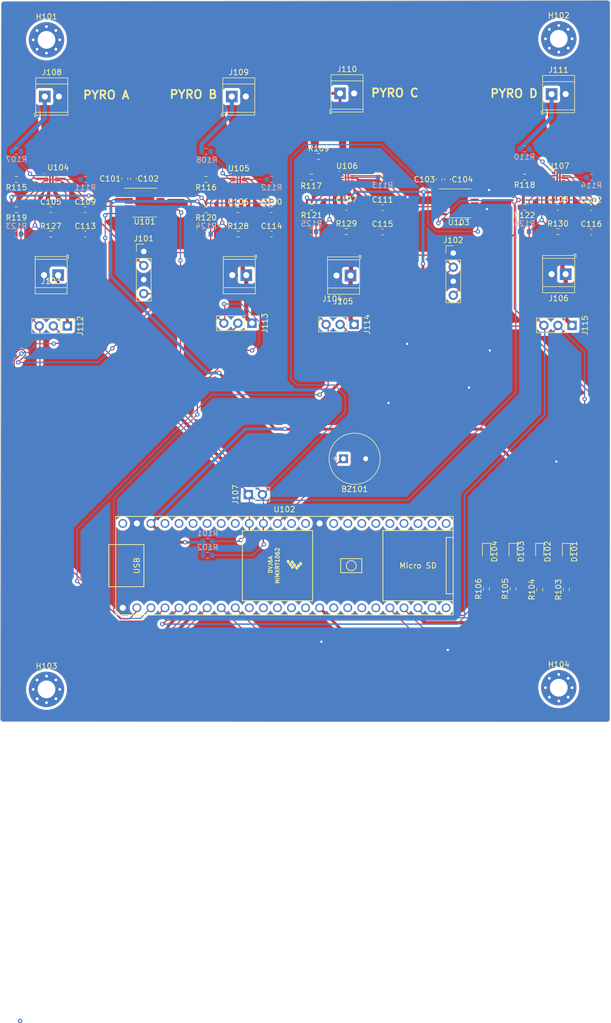
<source format=kicad_pcb>
(kicad_pcb (version 20221018) (generator pcbnew)
  (layers (0 "F.Cu" signal) (31 "B.Cu" signal) (34 "B.Paste" user) (35 "F.Paste" user) (36 "B.SilkS" user "B.Silkscreen") (37 "F.SilkS" user "F.Silkscreen") (38 "B.Mask" user) (39 "F.Mask" user) (44 "Edge.Cuts" user))
  (net 0 "")
  (net 1 "/BUZZER")
  (net 2 "GND")
  (net 3 "/PYRO_A")
  (net 4 "/DVDT_6V_A")
  (net 5 "Net-(D101-A)")
  (net 6 "Net-(D102-A)")
  (net 7 "Net-(D103-A)")
  (net 8 "/PG_EF_A")
  (net 9 "/B1_A")
  (net 10 "/PYRO_B")
  (net 11 "/PG_EF_B")
  (net 12 "/B3_A")
  (net 13 "/PYRO_C")
  (net 14 "/PG_EF_C")
  (net 15 "/B1_B")
  (net 16 "/PYRO_D")
  (net 17 "/PG_EF_D")
  (net 18 "/B3_B")
  (net 19 "/I2C_SCL")
  (net 20 "/I2C_SDA")
  (net 21 "Net-(D104-A)")
  (net 22 "/DVDT_6V_B")
  (net 23 "/DVDT_6V_C")
  (net 24 "/DVDT_6V_D")
  (net 25 "/LED_GREEN")
  (net 26 "/LED_BLUE")
  (net 27 "/LED_RED")
  (net 28 "/LED_ORANGE")
  (net 33 "/UVLO_6V_A")
  (net 34 "/UVLO_6V_B")
  (net 35 "/UVLO_6V_C")
  (net 36 "/UVLO_6V_D")
  (net 37 "/OVLO_6V_A")
  (net 38 "/OVLO_6V_B")
  (net 39 "/OVLO_6V_C")
  (net 40 "/OVLO_6V_D")
  (net 41 "/PGTH_6V_A")
  (net 42 "/PGTH_6V_B")
  (net 43 "/PGTH_6V_C")
  (net 44 "/PGTH_6V_D")
  (net 45 "/PYRO_A_OUT")
  (net 46 "/PYRO_B_OUT")
  (net 47 "/PYRO_C_OUT")
  (net 48 "/PYRO_D_OUT")
  (net 53 "+3V3")
  (footprint "Package_VQFN:VQFN-HR-RPW0010A" (layer "F.Cu") (at 83.7515 57.0325)
    (fp_text reference "U104")
    (fp_text value "TPS25947")
  )
  (footprint "Capacitor_SMD:C_0603_1608Metric" (layer "F.Cu") (at 143.5725 66.5015)
    (fp_text reference "C115")
    (fp_text value "470uF")
  )
  (footprint "Resistor_SMD:R_0603_1608Metric" (layer "F.Cu") (at 130.7455 56.5955 180)
    (fp_text reference "R117")
    (fp_text value "390k")
  )
  (footprint "Capacitor_SMD:C_0603_1608Metric" (layer "F.Cu") (at 155.321 57.023 90)
    (fp_text reference "C104")
    (fp_text value "100nF")
  )
  (footprint "Resistor_SMD:R_0603_1608Metric" (layer "F.Cu") (at 111.6955 57.0325 180)
    (fp_text reference "R116")
    (fp_text value "390k")
  )
  (footprint "Connector_PinHeader_2.54mm:PinHeader_1x02_P2.54mm_Vertical" (layer "F.Cu") (at 119.325 113.925 90)
    (fp_text reference "J107")
    (fp_text value "Conn_01x02")
  )
  (footprint "Connector_PinHeader_2.54mm:PinHeader_1x03_P2.54mm_Vertical" (layer "F.Cu") (at 138.45 83.2 -90)
    (fp_text reference "J114")
    (fp_text value "Conn_01x03")
  )
  (footprint "Connector_PinHeader_2.54mm:PinHeader_1x03_P2.54mm_Vertical" (layer "F.Cu") (at 86.625 83.475 -90)
    (fp_text reference "J112")
    (fp_text value "Conn_01x03")
  )
  (footprint "Capacitor_SMD:C_0603_1608Metric" (layer "F.Cu") (at 143.5725 62.12)
    (fp_text reference "C111")
    (fp_text value "5.1nF")
  )
  (footprint "TerminalBlock_TE-Connectivity:TerminalBlock_TE_282834-2_1x02_P2.54mm_Horizontal" (layer "F.Cu") (at 137.7935 74.3755 180)
    (fp_text reference "J105")
    (fp_text value "Screw_Terminal_01x02")
  )
  (footprint "Connector_PinHeader_2.54mm:PinHeader_1x03_P2.54mm_Vertical" (layer "F.Cu") (at 177.805 83.375 -90)
    (fp_text reference "J115")
    (fp_text value "Conn_01x03")
  )
  (footprint "MountingHole:MountingHole_3.2mm_M3_Pad_Via" (layer "F.Cu") (at 82.858722 149.0965)
    (fp_text reference "H103")
    (fp_text value "M3")
  )
  (footprint "Resistor_SMD:R_0603_1608Metric" (layer "F.Cu") (at 162.346834 130.9465 90)
    (fp_text reference "R106")
    (fp_text value "470")
  )
  (footprint "TerminalBlock_TE-Connectivity:TerminalBlock_TE_282834-2_1x02_P2.54mm_Horizontal" (layer "F.Cu") (at 118.955166 74.3045 180)
    (fp_text reference "J104")
    (fp_text value "Screw_Terminal_01x02")
  )
  (footprint "Capacitor_SMD:C_0603_1608Metric" (layer "F.Cu") (at 97.028 56.896 90)
    (fp_text reference "C101")
    (fp_text value "1uF")
  )
  (footprint "Teensy4.1bare:Teensy41_bare_pins" (layer "F.Cu") (at 125.8555 126.7555)
    (fp_text reference "U102")
    (fp_text value "Teensy4.1_bare")
  )
  (footprint "MountingHole:MountingHole_3.2mm_M3_Pad_Via" (layer "F.Cu") (at 82.858722 31.8215)
    (fp_text reference "H101")
    (fp_text value "M3")
  )
  (footprint "TerminalBlock_TE-Connectivity:TerminalBlock_TE_282834-2_1x02_P2.54mm_Horizontal" (layer "F.Cu") (at 84.9615 74.3045 180)
    (fp_text reference "J103")
    (fp_text value "Screw_Terminal_01x02")
  )
  (footprint "Resistor_SMD:R_0603_1608Metric" (layer "F.Cu") (at 169.2265 62.0565 180)
    (fp_text reference "R122")
    (fp_text value "47k")
  )
  (footprint "Capacitor_SMD:C_0603_1608Metric" (layer "F.Cu") (at 83.639 62.4935)
    (fp_text reference "C105")
    (fp_text value "1uF")
  )
  (footprint "Capacitor_SMD:C_0603_1608Metric" (layer "F.Cu") (at 181.2915 62.12)
    (fp_text reference "C112")
    (fp_text value "5.1nF")
  )
  (footprint "LED_SMD:LED_0603_1608Metric" (layer "F.Cu") (at 171.97061 124.2155 -90)
    (fp_text reference "D102")
    (fp_text value "ORANGE LED")
  )
  (footprint "Capacitor_SMD:C_0603_1608Metric" (layer "F.Cu") (at 117.4875 62.4935)
    (fp_text reference "C106")
    (fp_text value "1uF")
  )
  (footprint "TerminalBlock_TE-Connectivity:TerminalBlock_TE_282834-2_1x02_P2.54mm_Horizontal" (layer "F.Cu") (at 174.1155 41.6095)
    (fp_text reference "J111")
    (fp_text value "Screw_Terminal_01x02")
  )
  (footprint "Resistor_SMD:R_0603_1608Metric" (layer "F.Cu") (at 137.043 66.438)
    (fp_text reference "R129")
    (fp_text value "470k")
  )
  (footprint "LED_SMD:LED_0603_1608Metric" (layer "F.Cu") (at 162.346834 124.2155 -90)
    (fp_text reference "D104")
    (fp_text value "BLUE LED")
  )
  (footprint "Resistor_SMD:R_0603_1608Metric" (layer "F.Cu") (at 111.6955 62.4935 180)
    (fp_text reference "R120")
    (fp_text value "47k")
  )
  (footprint "Capacitor_SMD:C_0603_1608Metric" (layer "F.Cu") (at 89.8655 62.4935)
    (fp_text reference "C109")
    (fp_text value "5.1nF")
  )
  (footprint "Package_VQFN:VQFN-HR-RPW0010A" (layer "F.Cu") (at 117.6 57.0325)
    (fp_text reference "U105")
    (fp_text value "TPS25947")
  )
  (footprint "MountingHole:MountingHole_3.2mm_M3_Pad_Via" (layer "F.Cu") (at 175.408722 148.7965)
    (fp_text reference "H104")
    (fp_text value "M3")
  )
  (footprint "Resistor_SMD:R_0603_1608Metric" (layer "F.Cu") (at 176.7825 131.0735 90)
    (fp_text reference "R103")
    (fp_text value "470")
  )
  (footprint "Package_SO:TSSOP-14_4.4x5mm_P0.65mm" (layer "F.Cu") (at 157.353 61.341)
    (fp_text reference "U103")
    (fp_text value "AD5252")
  )
  (footprint "Buzzer_Beeper:MagneticBuzzer_PUI_AT-0927-TT-6-R" (layer "F.Cu") (at 136.5235 107.4515)
    (fp_text reference "BZ101")
    (fp_text value "Buzzer")
  )
  (footprint "Resistor_SMD:R_0603_1608Metric" (layer "F.Cu") (at 132.03 52.86)
    (fp_text reference "R109")
    (fp_text value "470k")
  )
  (footprint "Capacitor_SMD:C_0603_1608Metric" (layer "F.Cu") (at 123.5195 66.875)
    (fp_text reference "C114")
    (fp_text value "470uF")
  )
  (footprint "LED_SMD:LED_0603_1608Metric" (layer "F.Cu") (at 176.7825 124.2155 -90)
    (fp_text reference "D101")
    (fp_text value "RED LED")
  )
  (footprint "TerminalBlock_TE-Connectivity:TerminalBlock_TE_282834-2_1x02_P2.54mm_Horizontal" (layer "F.Cu") (at 176.6555 74.1215 180)
    (fp_text reference "J106")
    (fp_text value "Screw_Terminal_01x02")
  )
  (footprint "Resistor_SMD:R_0603_1608Metric" (layer "F.Cu") (at 169.2265 56.5955 180)
    (fp_text reference "R118")
    (fp_text value "390k")
  )
  (footprint "Capacitor_SMD:C_0603_1608Metric" (layer "F.Cu") (at 175.2585 62.0565)
    (fp_text reference "C108")
    (fp_text value "1uF")
  )
  (footprint "Resistor_SMD:R_0603_1608Metric" (layer "F.Cu") (at 171.97061 131.0735 90)
    (fp_text reference "R104")
    (fp_text value "470")
  )
  (footprint "Package_VQFN:VQFN-HR-RPW0010A" (layer "F.Cu") (at 175.371 56.5955)
    (fp_text reference "U107")
    (fp_text value "TPS25947")
  )
  (footprint "Package_SO:TSSOP-14_4.4x5mm_P0.65mm" (layer "F.Cu") (at 100.584 61.214)
    (fp_text reference "U101")
    (fp_text value "AD5252")
  )
  (footprint "Resistor_SMD:R_0603_1608Metric" (layer "F.Cu") (at 77.4195 62.4935 180)
    (fp_text reference "R119")
    (fp_text value "47k")
  )
  (footprint "TerminalBlock_TE-Connectivity:TerminalBlock_TE_282834-2_1x02_P2.54mm_Horizontal" (layer "F.Cu") (at 82.5485 42.0465)
    (fp_text reference "J108")
    (fp_text value "Screw_Terminal_01x02")
  )
  (footprint "Resistor_SMD:R_0603_1608Metric" (layer "F.Cu") (at 130.7455 62.0565 180)
    (fp_text reference "R121")
    (fp_text value "47k")
  )
  (footprint "Resistor_SMD:R_0603_1608Metric" (layer "F.Cu") (at 117.4875 66.875)
    (fp_text reference "R128")
    (fp_text value "470k")
  )
  (footprint "Capacitor_SMD:C_0603_1608Metric" (layer "F.Cu") (at 98.552 56.896 90)
    (fp_text reference "C102")
    (fp_text value "100nF")
  )
  (footprint "TerminalBlock_TE-Connectivity:TerminalBlock_TE_282834-2_1x02_P2.54mm_Horizontal" (layer "F.Cu") (at 135.8885 41.4825)
    (fp_text reference "J110")
    (fp_text value "Screw_Terminal_01x02")
  )
  (footprint "Resistor_SMD:R_0603_1608Metric" (layer "F.Cu") (at 167.158722 130.9465 90)
    (fp_text reference "R105")
    (fp_text value "470")
  )
  (footprint "Resistor_SMD:R_0603_1608Metric" (layer "F.Cu") (at 77.4195 57.0325 180)
    (fp_text reference "R115")
    (fp_text value "390k")
  )
  (footprint "Capacitor_SMD:C_0603_1608Metric" (layer "F.Cu") (at 137.043 62.0565)
    (fp_text reference "C107")
    (fp_text value "1uF")
  )
  (footprint "Package_VQFN:VQFN-HR-RPW0010A" (layer "F.Cu") (at 137.1555 56.5955)
    (fp_text reference "U106")
    (fp_text value "TPS25947")
  )
  (footprint "TerminalBlock_TE-Connectivity:TerminalBlock_TE_282834-2_1x02_P2.54mm_Horizontal" (layer "F.Cu") (at 116.3305 42.0465)
    (fp_text reference "J109")
    (fp_text value "Screw_Terminal_01x02")
  )
  (footprint "Capacitor_SMD:C_0603_1608Metric" (layer "F.Cu") (at 181.2915 66.5015)
    (fp_text reference "C116")
    (fp_text value "470uF")
  )
  (footprint "Connector_PinHeader_2.54mm:PinHeader_1x03_P2.54mm_Vertical" (layer "F.Cu") (at 119.98 82.975 -90)
    (fp_text reference "J113")
    (fp_text value "Conn_01x03")
  )
  (footprint "Resistor_SMD:R_0603_1608Metric" (layer "F.Cu") (at 175.2585 66.438)
    (fp_text reference "R130")
    (fp_text value "470k")
  )
  (footprint "Capacitor_SMD:C_0603_1608Metric" (layer "F.Cu") (at 153.797 57.023 90)
    (fp_text reference "C103")
    (fp_text value "1uF")
  )
  (footprint "Capacitor_SMD:C_0603_1608Metric" (layer "F.Cu") (at 89.8655 66.875)
    (fp_text reference "C113")
    (fp_text value "470uF")
  )
  (footprint "MountingHole:MountingHole_3.2mm_M3_Pad_Via" (layer "F.Cu") (at 175.408722 31.6215)
    (fp_text reference "H102")
    (fp_text value "M3")
  )
  (footprint "Connector_PinHeader_2.54mm:PinHeader_1x04_P2.54mm_Vertical" (layer "F.Cu") (at 100.425 70.025)
    (fp_text reference "J101")
    (fp_text value "Conn_01x04")
  )
  (footprint "Resistor_SMD:R_0603_1608Metric" (layer "F.Cu") (at 83.639 66.875)
    (fp_text reference "R127")
    (fp_text value "470k")
  )
  (footprint "Connector_PinHeader_2.54mm:PinHeader_1x04_P2.54mm_Vertical" (layer "F.Cu") (at 156.35 70.32)
    (fp_text reference "J102")
    (fp_text value "Conn_01x04")
  )
  (footprint "LED_SMD:LED_0603_1608Metric" (layer "F.Cu") (at 167.158722 124.2155 -90)
    (fp_text reference "D103")
    (fp_text value "GREEN LED")
  )
  (footprint "Capacitor_SMD:C_0603_1608Metric" (layer "F.Cu") (at 123.5195 62.4935)
    (fp_text reference "C110")
    (fp_text value "5.1nF")
  )
  (footprint "Resistor_SMD:R_0603_1608Metric" (layer "B.Cu") (at 89.8655 57.0325)
    (fp_text reference "R111")
    (fp_text value "105k")
  )
  (footprint "Resistor_SMD:R_0603_1608Metric" (layer "B.Cu") (at 169.2265 66.438 180)
    (fp_text reference "R126")
    (fp_text value "120k")
  )
  (footprint "Resistor_SMD:R_0603_1608Metric" (layer "B.Cu") (at 111.6955 66.875 180)
    (fp_text reference "R124")
    (fp_text value "120k")
  )
  (footprint "Resistor_SMD:R_0603_1608Metric" (layer "B.Cu") (at 77.4195 66.875 180)
    (fp_text reference "R123")
    (fp_text value "120k")
  )
  (footprint "Resistor_SMD:R_0603_1608Metric" (layer "B.Cu") (at 123.5195 57.0325)
    (fp_text reference "R112")
    (fp_text value "105k")
  )
  (footprint "Resistor_SMD:R_0603_1608Metric" (layer "B.Cu") (at 143.5725 56.659)
    (fp_text reference "R113")
    (fp_text value "105k")
  )
  (footprint "Resistor_SMD:R_0603_1608Metric" (layer "B.Cu") (at 111.975 124.87 180)
    (fp_text reference "R102")
    (fp_text value "4.12k")
  )
  (footprint "Resistor_SMD:R_0603_1608Metric" (layer "B.Cu") (at 111.975 122.36 180)
    (fp_text reference "R101")
    (fp_text value "4.12k")
  )
  (footprint "Resistor_SMD:R_0603_1608Metric" (layer "B.Cu") (at 181.2915 56.659)
    (fp_text reference "R114")
    (fp_text value "105k")
  )
  (footprint "Resistor_SMD:R_0603_1608Metric" (layer "B.Cu") (at 130.7455 66.438 180)
    (fp_text reference "R125")
    (fp_text value "120k")
  )
  (footprint "Resistor_SMD:R_0603_1608Metric" (layer "B.Cu") (at 77.4195 51.9525)
    (fp_text reference "R107")
    (fp_text value "470k")
  )
  (footprint "Resistor_SMD:R_0603_1608Metric" (layer "B.Cu") (at 111.6955 51.9525)
    (fp_text reference "R108")
    (fp_text value "470k")
  )
  (footprint "Resistor_SMD:R_0603_1608Metric" (layer "B.Cu") (at 169.2265 51.5155)
    (fp_text reference "R110")
    (fp_text value "470k")
  )
  (gr_arc (start 184.63 154.49) (mid 184.469442 154.852723) (end 184.092989 154.97774) (stroke (width 0.1)) (layer "Edge.Cuts"))
  (gr_line (start 74.67 25.35) (end 74.52226 154.392989) (stroke (width 0.1)) (layer "Edge.Cuts"))
  (gr_line (start 184.63 154.49) (end 184.67774 25.217011) (stroke (width 0.1)) (layer "Edge.Cuts"))
  (gr_arc (start 184.19 24.68) (mid 184.552723 24.840558) (end 184.67774 25.217011) (stroke (width 0.1)) (layer "Edge.Cuts"))
  (gr_line (start 184.19 24.68) (end 75.207011 24.86226) (stroke (width 0.1)) (layer "Edge.Cuts"))
  (gr_arc (start 75.01 154.93) (mid 74.647277 154.769442) (end 74.52226 154.392989) (stroke (width 0.1)) (layer "Edge.Cuts"))
  (gr_line (start 75.01 154.93) (end 184.092989 154.97774) (stroke (width 0.1)) (layer "Edge.Cuts"))
  (gr_arc (start 74.67 25.35) (mid 74.830558 24.987277) (end 75.207011 24.86226) (stroke (width 0.1)) (layer "Edge.Cuts"))
  (gr_text "PYRO C" (at 141.35 42.275) (layer "F.SilkS") (effects (font (size 1.5 1.5) (thickness 0.3) bold) (justify left bottom)))
  (gr_text "PYRO D" (at 162.875 42.375) (layer "F.SilkS") (effects (font (size 1.5 1.5) (thickness 0.3) bold) (justify left bottom)))
  (gr_text "PYRO B" (at 104.95 42.55) (layer "F.SilkS") (effects (font (size 1.5 1.5) (thickness 0.3) bold) (justify left bottom)))
  (gr_text "PYRO A" (at 89.3 42.65) (layer "F.SilkS") (effects (font (size 1.5 1.5) (thickness 0.3) bold) (justify left bottom)))
  (via (at 78.105 208.9658) (size 0.8) (drill 0.4) (layers "F.Cu" "B.Cu") (net 0))
  (segment (start 136.2695 107.4515) (end 136.5235 107.4515) (width 0.2) (layer "F.Cu") (net 1))
  (segment (start 124.5855 119.1355) (end 136.2695 107.4515) (width 0.2) (layer "F.Cu") (net 1))
  (segment (start 140.4605 107.5145) (end 140.4605 107.4515) (width 0.2) (layer "F.Cu") (net 2))
  (segment (start 159.592301 59.344501) (end 162.405499 59.344501) (width 0.2) (layer "F.Cu") (net 2))
  (segment (start 118.5 57.2575) (end 118.899264 57.2575) (width 0.2) (layer "F.Cu") (net 2))
  (segment (start 153.840699 61.2945) (end 153.740699 61.3945) (width 0.2) (layer "F.Cu") (net 2))
  (segment (start 156.35 70.32) (end 156.35 62.670801) (width 0.25) (layer "F.Cu") (net 2))
  (segment (start 85.4045 57.2575) (end 90.6405 62.4935) (width 0.2) (layer "F.Cu") (net 2))
  (segment (start 102.2 73.33) (end 102.2 59.473401) (width 0.25) (layer "F.Cu") (net 2))
  (segment (start 140.5235 107.4515) (end 140.5235 107.4515) (width 0.2) (layer "F.Cu") (net 2))
  (segment (start 158.459301 59.344501) (end 159.592301 59.344501) (width 0.25) (layer "F.Cu") (net 2))
  (segment (start 154.973699 61.2945) (end 153.840699 61.2945) (width 0.25) (layer "F.Cu") (net 2))
  (segment (start 118.899264 57.2575) (end 124.135264 62.4935) (width 0.2) (layer "F.Cu") (net 2))
  (segment (start 162.405499 59.344501) (end 162.8125 58.9375) (width 0.2) (layer "F.Cu") (net 2))
  (segment (start 176.8805 56.8205) (end 182.1165 62.0565) (width 0.2) (layer "F.Cu") (net 2))
  (segment (start 138.0555 56.8205) (end 139.048 56.8205) (width 0.2) (layer "F.Cu") (net 2))
  (segment (start 156.35 62.670801) (end 154.973699 61.2945) (width 0.25) (layer "F.Cu") (net 2))
  (segment (start 140.4605 107.4515) (end 140.5235 107.4515) (width 0.2) (layer "F.Cu") (net 2))
  (segment (start 159.592301 61.944501) (end 162.009501 61.944501) (width 0.2) (layer "F.Cu") (net 2))
  (segment (start 156.95 60.853802) (end 158.459301 59.344501) (width 0.25) (layer "F.Cu") (net 2))
  (segment (start 156.95 67.625) (end 156.95 60.853802) (width 0.25) (layer "F.Cu") (net 2))
  (segment (start 149.2675 61.3945) (end 148.0805 60.2075) (width 0.2) (layer "F.Cu") (net 2))
  (segment (start 158.675 69.35) (end 156.95 67.625) (width 0.25) (layer "F.Cu") (net 2))
  (segment (start 153.740699 61.3945) (end 149.2675 61.3945) (width 0.2) (layer "F.Cu") (net 2))
  (segment (start 84.6515 57.2575) (end 85.4045 57.2575) (width 0.2) (layer "F.Cu") (net 2))
  (segment (start 102.2 59.473401) (end 102.3999 59.273501) (width 0.25) (layer "F.Cu") (net 2))
  (segment (start 100.425 70.025) (end 100.425 62.808801) (width 0.25) (layer "F.Cu") (net 2))
  (segment (start 159.592301 63.244501) (end 159.521499 63.244501) (width 0.2) (layer "F.Cu") (net 2))
  (segment (start 158.675 73.075) (end 158.675 69.35) (width 0.25) (layer "F.Cu") (net 2))
  (segment (start 98.839699 61.2235) (end 97.706699 61.2235) (width 0.25) (layer "F.Cu") (net 2))
  (segment (start 159.521499 63.244501) (end 157.6055 65.1605) (width 0.2) (layer "F.Cu") (net 2))
  (segment (start 102.3999 59.273501) (end 103.458301 59.273501) (width 0.25) (layer "F.Cu") (net 2))
  (segment (start 176.271 56.8205) (end 176.8805 56.8205) (width 0.2) (layer "F.Cu") (net 2))
  (segment (start 100.425 75.105) (end 102.2 73.33) (width 0.25) (layer "F.Cu") (net 2))
  (segment (start 156.35 75.4) (end 158.675 73.075) (width 0.25) (layer "F.Cu") (net 2))
  (segment (start 124.135264 62.4935) (end 124.2945 62.4935) (width 0.2) (layer "F.Cu") (net 2))
  (segment (start 100.425 62.808801) (end 98.839699 61.2235) (width 0.25) (layer "F.Cu") (net 2))
  (segment (start 139.048 56.8205) (end 144.3475 62.12) (width 0.2) (layer "F.Cu") (net 2))
  (segment (start 162.009501 61.944501) (end 162.4315 62.3665) (width 0.2) (layer "F.Cu") (net 2))
  (via (at 162.96 87.91) (size 0.8) (drill 0.4) (layers "F.Cu" "B.Cu") (net 2))
  (via (at 162.4315 62.3665) (size 0.8) (drill 0.4) (layers "F.Cu" "B.Cu") (net 2))
  (via (at 148.0805 60.2075) (size 0.8) (drill 0.4) (layers "F.Cu" "B.Cu") (net 2))
  (via (at 144.65 97.39) (size 0.8) (drill 0.4) (layers "F.Cu" "B.Cu") (net 2))
  (via (at 174.97 107.97) (size 0.8) (drill 0.4) (layers "F.Cu" "B.Cu") (net 2))
  (via (at 155.38 141.98) (size 0.8) (drill 0.4) (layers "F.Cu" "B.Cu") (net 2))
  (via (at 157.6055 65.1605) (size 0.8) (drill 0.4) (layers "F.Cu" "B.Cu") (net 2))
  (via (at 148.03 86.7) (size 0.8) (drill 0.4) (layers "F.Cu" "B.Cu") (net 2))
  (via (at 159.19 94.6) (size 0.8) (drill 0.4) (layers "F.Cu" "B.Cu") (net 2))
  (via (at 132.53 140.49) (size 0.8) (drill 0.4) (layers "F.Cu" "B.Cu") (net 2))
  (via (at 162.8125 58.9375) (size 0.8) (drill 0.4) (layers "F.Cu" "B.Cu") (net 2))
  (segment (start 82.5485 42.0465) (end 82.5485 45.9985) (width 0.762) (layer "B.Cu") (net 3))
  (segment (start 82.5485 45.9985) (end 76.5945 51.9525) (width 0.762) (layer "B.Cu") (net 3))
  (segment (start 87.8825 62.4935) (end 86.3585 60.9695) (width 0.2) (layer "F.Cu") (net 4))
  (segment (start 86.3585 59.4395) (end 84.6515 57.7325) (width 0.2) (layer "F.Cu") (net 4))
  (segment (start 89.0905 62.4935) (end 87.8825 62.4935) (width 0.2) (layer "F.Cu") (net 4))
  (segment (start 86.3585 60.9695) (end 86.3585 59.4395) (width 0.2) (layer "F.Cu") (net 4))
  (segment (start 176.7825 125.003) (end 176.7825 130.2485) (width 0.2) (layer "F.Cu") (net 5))
  (segment (start 171.97061 125.003) (end 171.97061 130.2485) (width 0.2) (layer "F.Cu") (net 6))
  (segment (start 167.158722 125.003) (end 167.158722 130.1215) (width 0.2) (layer "F.Cu") (net 7))
  (segment (start 78.2445 61.465236) (end 78.2445 62.4935) (width 0.2) (layer "F.Cu") (net 8))
  (segment (start 78.2445 80.1455) (end 81.6745 83.5755) (width 0.2) (layer "F.Cu") (net 8))
  (segment (start 99.1855 135.0145) (end 99.1855 134.3755) (width 0.2) (layer "F.Cu") (net 8))
  (segment (start 81.6745 121.84355) (end 96.20595 136.375) (width 0.2) (layer "F.Cu") (net 8))
  (segment (start 97.825 136.375) (end 99.1855 135.0145) (width 0.2) (layer "F.Cu") (net 8))
  (segment (start 81.6745 83.5755) (end 81.6745 121.84355) (width 0.2) (layer "F.Cu") (net 8))
  (segment (start 78.2445 62.4935) (end 78.2445 80.1455) (width 0.2) (layer "F.Cu") (net 8))
  (segment (start 96.20595 136.375) (end 97.825 136.375) (width 0.2) (layer "F.Cu") (net 8))
  (segment (start 82.452236 57.2575) (end 78.2445 61.465236) (width 0.2) (layer "F.Cu") (net 8))
  (segment (start 82.8515 57.2575) (end 82.452236 57.2575) (width 0.2) (layer "F.Cu") (net 8))
  (segment (start 86.178196 56.8075) (end 91.244195 61.873499) (width 0.2) (layer "F.Cu") (net 9))
  (segment (start 96.586722 139.0745) (end 81.2745 123.762278) (width 0.2) (layer "F.Cu") (net 9))
  (segment (start 84.275 83.636) (end 84.275 83.7) (width 0.2) (layer "F.Cu") (net 9))
  (segment (start 92.3275 64.7795) (end 92.3275 63.143499) (width 0.2) (layer "F.Cu") (net 9))
  (segment (start 77.0225 92.360278) (end 77.0225 89.757722) (width 0.2) (layer "F.Cu") (net 9))
  (segment (start 92.3275 63.143499) (end 92.3275 86.6235) (width 0.2) (layer "F.Cu") (net 9))
  (segment (start 87.2335 86.6235) (end 84.2265 86.6235) (width 0.2) (layer "F.Cu") (net 9))
  (segment (start 91.244195 61.873499) (end 93.5975 61.873499) (width 0.2) (layer "F.Cu") (net 9))
  (segment (start 92.3275 86.6235) (end 87.2335 86.6235) (width 0.2) (layer "F.Cu") (net 9))
  (segment (start 109.3455 134.3755) (end 104.6465 139.0745) (width 0.2) (layer "F.Cu") (net 9))
  (segment (start 92.3275 63.143499) (end 93.5975 61.873499) (width 0.2) (layer "F.Cu") (net 9))
  (segment (start 84.2145 83.5755) (end 84.275 83.636) (width 0.2) (layer "F.Cu") (net 9))
  (segment (start 84.6515 56.8075) (end 86.178196 56.8075) (width 0.2) (layer "F.Cu") (net 9))
  (segment (start 81.2745 96.612278) (end 77.0225 92.360278) (width 0.2) (layer "F.Cu") (net 9))
  (segment (start 92.6395 64.7795) (end 92.3275 64.7795) (width 0.25) (layer "F.Cu") (net 9))
  (segment (start 84.2265 86.6235) (end 84.17 86.68) (width 0.2) (layer "F.Cu") (net 9))
  (segment (start 93.5975 61.873499) (end 97.706699 61.873499) (width 0.2) (layer "F.Cu") (net 9))
  (segment (start 87.2335 86.6235) (end 84.085 83.475) (width 0.2) (layer "F.Cu") (net 9))
  (segment (start 84.275 83.7) (end 84.339 83.7) (width 0.2) (layer "F.Cu") (net 9))
  (segment (start 77.0225 89.757722) (end 78.333722 88.4465) (width 0.2) (layer "F.Cu") (net 9))
  (segment (start 104.6465 139.0745) (end 96.586722 139.0745) (width 0.2) (layer "F.Cu") (net 9))
  (segment (start 100.425 72.565) (end 92.6395 64.7795) (width 0.25) (layer "F.Cu") (net 9))
  (segment (start 81.2745 123.762278) (end 81.2745 96.612278) (width 0.2) (layer "F.Cu") (net 9))
  (via (at 78.333722 88.4465) (size 0.8) (drill 0.4) (layers "F.Cu" "B.Cu") (net 9))
  (via (at 84.17 86.68) (size 0.8) (drill 0.4) (layers "F.Cu" "B.Cu") (net 9))
  (segment (start 81.11 86.68) (end 79.5155 88.2745) (width 0.2) (layer "B.Cu") (net 9))
  (segment (start 78.333722 88.4465) (end 78.505722 88.2745) (width 0.2) (layer "B.Cu") (net 9))
  (segment (start 84.17 86.68) (end 81.11 86.68) (width 0.2) (layer "B.Cu") (net 9))
  (segment (start 78.505722 88.2745) (end 79.5155 88.2745) (width 0.2) (layer "B.Cu") (net 9))
  (segment (start 117.35 57.0325) (end 117.358722 57.041222) (width 0.25) (layer "F.Cu") (net 10))
  (segment (start 116.3305 45.1945) (end 110.8705 50.6545) (width 0.762) (layer "B.Cu") (net 10))
  (segment (start 110.8705 51.9525) (end 110.8705 50.6545) (width 0.762) (layer "B.Cu") (net 10))
  (segment (start 110.8705 50.6545) (end 110.95 50.575) (width 0.25) (layer "B.Cu") (net 10))
  (segment (start 116.3305 42.0465) (end 116.3305 45.1945) (width 0.762) (layer "B.Cu") (net 10))
  (segment (start 117.11855 87.8935) (end 110.1075 94.90455) (width 0.2) (layer "F.Cu") (net 11))
  (segment (start 112.5205 80.6395) (end 112.5205 62.4935) (width 0.2) (layer "F.Cu") (net 11))
  (segment (start 112.5205 61.037736) (end 116.300736 57.2575) (width 0.2) (layer "F.Cu") (net 11))
  (segment (start 120.0135 87.8935) (end 117.11855 87.8935) (width 0.2) (layer "F.Cu") (net 11))
  (segment (start 115.0755 83.1945) (end 112.5205 80.6395) (width 0.2) (layer "F.Cu") (net 11))
  (segment (start 110.1075 94.90455) (end 110.1075 99.4505) (width 0.2) (layer "F.Cu") (net 11))
  (segment (start 112.5205 62.4935) (end 112.5205 61.037736) (width 0.2) (layer "F.Cu") (net 11))
  (segment (start 115.0755 79.6535) (end 114.9335 79.5115) (width 0.2) (layer "F.Cu") (net 11))
  (segment (start 116.300736 57.2575) (end 116.7 57.2575) (width 0.2) (layer "F.Cu") (net 11))
  (segment (start 115.0755 83.1945) (end 115.0755 79.6535) (width 0.2) (layer "F.Cu") (net 11))
  (via (at 114.9335 79.5115) (size 0.8) (drill 0.4) (layers "F.Cu" "B.Cu") (net 11))
  (via (at 110.1075 99.4505) (size 0.8) (drill 0.4) (layers "F.Cu" "B.Cu") (net 11))
  (via (at 120.0135 87.8935) (size 0.8) (drill 0.4) (layers "F.Cu" "B.Cu") (net 11))
  (segment (start 121.3055 82.718154) (end 121.3055 86.6015) (width 0.2) (layer "B.Cu") (net 11))
  (segment (start 94.9945 114.5635) (end 94.9945 134.9245) (width 0.2) (layer "B.Cu") (net 11))
  (segment (start 114.9335 79.5115) (end 118.098846 79.5115) (width 0.2) (layer "B.Cu") (net 11))
  (segment (start 99.8205 136.2805) (end 101.7255 134.3755) (width 0.2) (layer "B.Cu") (net 11))
  (segment (start 118.098846 79.5115) (end 121.3055 82.718154) (width 0.2) (layer "B.Cu") (net 11))
  (segment (start 121.3055 86.6015) (end 120.0135 87.8935) (width 0.2) (layer "B.Cu") (net 11))
  (segment (start 110.1075 99.4505) (end 94.9945 114.5635) (width 0.2) (layer "B.Cu") (net 11))
  (segment (start 94.9945 134.9245) (end 96.3505 136.2805) (width 0.2) (layer "B.Cu") (net 11))
  (segment (start 96.3505 136.2805) (end 99.8205 136.2805) (width 0.2) (layer "B.Cu") (net 11))
  (segment (start 116.4655 84.3445) (end 114.0515 84.3445) (width 0.2) (layer "F.Cu") (net 12))
  (segment (start 101.891 77.645) (end 103.2495 79.0035) (width 0.25) (layer "F.Cu") (net 12))
  (segment (start 79.033722 88.15655) (end 79.033722 88.741278) (width 0.2) (layer "F.Cu") (net 12))
  (segment (start 80.8745 96.777964) (end 76.6225 92.525963) (width 0.2) (layer "F.Cu") (net 12))
  (segment (start 107.9485 59.9235) (end 103.458301 59.9235) (width 0.2) (layer "F.Cu") (net 12))
  (segment (start 100.425 77.645) (end 101.891 77.645) (width 0.25) (layer "F.Cu") (net 12))
  (segment (start 107.8215 70.2405) (end 108.9645 69.0975) (width 0.2) (layer "F.Cu") (net 12))
  (segment (start 119.439214 56.8075) (end 123.521857 60.890143) (width 0.2) (layer "F.Cu") (net 12))
  (segment (start 77.933722 87.7465) (end 78.623672 87.7465) (width 0.2) (layer "F.Cu") (net 12))
  (segment (start 110.8695 60.3345) (end 110.4585 59.9235) (width 0.2) (layer "F.Cu") (net 12))
  (segment (start 106.7865 139.4745) (end 96.421036 139.4745) (width 0.2) (layer "F.Cu") (net 12))
  (segment (start 118.5 56.8075) (end 119.439214 56.8075) (width 0.2) (layer "F.Cu") (net 12))
  (segment (start 79.033722 88.741278) (end 77.7225 90.0525) (width 0.2) (layer "F.Cu") (net 12))
  (segment (start 94.7405 87.5125) (end 103.2495 79.0035) (width 0.2) (layer "F.Cu") (net 12))
  (segment (start 78.623672 87.7465) (end 79.033722 88.15655) (width 0.2) (layer "F.Cu") (net 12))
  (segment (start 108.9645 79.2575) (end 108.9645 69.0975) (width 0.2) (layer "F.Cu") (net 12))
  (segment (start 111.8855 134.3755) (end 106.7865 139.4745) (width 0.2) (layer "F.Cu") (net 12))
  (segment (start 76.6225 92.525963) (end 76.6225 89.057722) (width 0.2) (layer "F.Cu") (net 12))
  (segment (start 108.9645 60.9395) (end 107.9485 59.9235) (width 0.2) (layer "F.Cu") (net 12))
  (segment (start 117.6155 83.1945) (end 116.4655 84.3445) (width 0.2) (layer "F.Cu") (net 12))
  (segment (start 80.8745 123.927964) (end 80.8745 96.777964) (width 0.2) (layer "F.Cu") (net 12))
  (segment (start 96.421036 139.4745) (end 80.8745 123.927964) (width 0.2) (layer "F.Cu") (net 12))
  (segment (start 108.9645 69.0975) (end 108.9645 60.9395) (width 0.2) (layer "F.Cu") (net 12))
  (segment (start 76.6225 89.057722) (end 77.933722 87.7465) (width 0.2) (layer "F.Cu") (net 12))
  (segment (start 114.0515 84.3445) (end 108.9645 79.2575) (width 0.2) (layer "F.Cu") (net 12))
  (segment (start 110.4585 59.9235) (end 107.9485 59.9235) (width 0.2) (layer "F.Cu") (net 12))
  (segment (start 103.2495 70.2405) (end 107.8215 70.2405) (width 0.2) (layer "F.Cu") (net 12))
  (via (at 94.7405 87.5125) (size 0.8) (drill 0.4) (layers "F.Cu" "B.Cu") (net 12))
  (via (at 123.521857 60.890143) (size 0.8) (drill 0.4) (layers "F.Cu" "B.Cu") (net 12))
  (via (at 110.8695 60.3345) (size 0.8) (drill 0.4) (layers "F.Cu" "B.Cu") (net 12))
  (via (at 77.7225 90.0525) (size 0.8) (drill 0.4) (layers "F.Cu" "B.Cu") (net 12))
  (segment (start 77.7225 90.0525) (end 92.2005 90.0525) (width 0.2) (layer "B.Cu") (net 12))
  (segment (start 123.1225 61.2895) (end 111.8245 61.2895) (width 0.2) (layer "B.Cu") (net 12))
  (segment (start 92.2005 90.0525) (end 94.7405 87.5125) (width 0.2) (layer "B.Cu") (net 12))
  (segment (start 123.521857 60.890143) (end 123.1225 61.2895) (width 0.2) (layer "B.Cu") (net 12))
  (segment (start 111.8245 61.2895) (end 110.8695 60.3345) (width 0.2) (layer "B.Cu") (net 12))
  (segment (start 133.7445 94.3555) (end 133.7445 83.3925) (width 0.2) (layer "F.Cu") (net 14))
  (segment (start 132.2055 95.8945) (end 133.7445 94.3555) (width 0.2) (layer "F.Cu") (net 14))
  (segment (start 133.7445 83.3925) (end 131.5705 81.2185) (width 0.2) (layer "F.Cu") (net 14))
  (segment (start 131.5705 81.2185) (end 131.5705 62.0565) (width 0.2) (layer "F.Cu") (net 14))
  (segment (start 135.856236 56.8205) (end 136.2555 56.8205) (width 0.2) (layer "F.Cu") (net 14))
  (segment (start 104.2655 134.3755) (end 101.866 136.775) (width 0.2) (layer "F.Cu") (net 14))
  (segment (start 131.5705 62.0565) (end 131.5705 61.106236) (width 0.2) (layer "F.Cu") (net 14))
  (segment (start 101.866 136.775) (end 95.616 136.775) (width 0.2) (layer "F.Cu") (net 14))
  (segment (start 131.5705 61.106236) (end 135.856236 56.8205) (width 0.2) (layer "F.Cu") (net 14))
  (segment (start 95.616 136.775) (end 88.3905 129.5495) (width 0.2) (layer "F.Cu") (net 14))
  (via (at 88.3905 129.5495) (size 0.8) (drill 0.4) (layers "F.Cu" "B.Cu") (net 14))
  (via (at 132.2055 95.8945) (size 0.8) (drill 0.4) (layers "F.Cu" "B.Cu") (net 14))
  (segment (start 112.67355 95.8945) (end 132.2055 95.8945) (width 0.2) (layer "B.Cu") (net 14))
  (segment (start 88.3905 129.5495) (end 88.3905 120.17755) (width 0.2) (layer "B.Cu") (net 14))
  (segment (start 88.3905 120.17755) (end 112.67355 95.8945) (width 0.2) (layer "B.Cu") (net 14))
  (segment (start 148.8425 69.525) (end 148.8425 67.4465) (width 0.2) (layer "F.Cu") (net 15))
  (segment (start 153.225 79.6) (end 153.225 75.985) (width 0.2) (layer "F.Cu") (net 15))
  (segment (start 150.224501 61.944499) (end 150.4935 61.944499) (width 0.2) (layer "F.Cu") (net 15))
  (segment (start 156.35 72.86) (end 154.1735 70.6835) (width 0.2) (layer "F.Cu") (net 15))
  (segment (start 181.7355 140.0905) (end 177.5445 144.2815) (width 0.2) (layer "F.Cu") (net 15))
  (segment (start 148.8425 63.3265) (end 150.224501 61.944499) (width 0.2) (layer "F.Cu") (net 15))
  (segment (start 138.0555 56.3705) (end 143.18255 56.3705) (width 0.2) (layer "F.Cu") (net 15))
  (segment (start 148.756549 61.944499) (end 150.4935 61.944499) (width 0.2) (layer "F.Cu") (net 15))
  (segment (start 136.2845 83.3925) (end 137.4345 84.5425) (width 0.2) (layer "F.Cu") (net 15))
  (segment (start 124.3315 144.2815) (end 114.4255 134.3755) (width 0.2) (layer "F.Cu") (net 15))
  (segment (start 139.3105 84.5425) (end 148.8425 75.0105) (width 0.2) (layer "F.Cu") (net 15))
  (segment (start 177.5445 144.2815) (end 124.3315 144.2815) (width 0.2) (layer "F.Cu") (net 15))
  (segment (start 148.8425 75.0105) (end 148.8425 69.525) (width 0.2) (layer "F.Cu") (net 15))
  (segment (start 157.25 83.5) (end 153.35 79.6) (width 0.2) (layer "F.Cu") (net 15))
  (segment (start 153.35 79.6) (end 153.225 79.6) (width 0.2) (layer "F.Cu") (net 15))
  (segment (start 168.96 83.5) (end 157.25 83.5) (width 0.2) (layer "F.Cu") (net 15))
  (segment (start 153.225 75.985) (end 156.35 72.86) (width 0.2) (layer "F.Cu") (net 15))
  (segment (start 137.4345 84.5425) (end 139.3105 84.5425) (width 0.2) (layer "F.Cu") (net 15))
  (segment (start 143.18255 56.3705) (end 148.756549 61.944499) (width 0.2) (layer "F.Cu") (net 15))
  (segment (start 181.7355 96.2755) (end 168.96 83.5) (width 0.2) (layer "F.Cu") (net 15))
  (segment (start 181.7355 96.2755) (end 181.7355 140.0905) (width 0.2) (layer "F.Cu") (net 15))
  (segment (start 148.8425 67.4465) (end 148.8425 63.3265) (width 0.2) (layer "F.Cu") (net 15))
  (segment (start 154.1735 70.6835) (end 150.001 70.6835) (width 0.2) (layer "F.Cu") (net 15))
  (segment (start 150.4935 61.944499) (end 153.840699 61.944499) (width 0.2) (layer "F.Cu") (net 15))
  (segment (start 150.001 70.6835) (end 148.8425 69.525) (width 0.2) (layer "F.Cu") (net 15))
  (segment (start 174.4835 61.98541) (end 174.4835 62.0565) (width 0.762) (layer "F.Cu") (net 16))
  (segment (start 174.1155 45.8015) (end 168.4015 51.5155) (width 0.762) (layer "B.Cu") (net 16))
  (segment (start 174.1155 41.6095) (end 174.1155 45.8015) (width 0.762) (layer "B.Cu") (net 16))
  (segment (start 170.0515 80.7105) (end 170.0515 62.0565) (width 0.2) (layer "F.Cu") (net 17))
  (segment (start 170.0515 62.0565) (end 170.0515 60.840736) (width 0.2) (layer "F.Cu") (net 17))
  (segment (start 103.8675 137.3135) (end 103.75821 137.3135) (width 0.25) (layer "F.Cu") (net 17))
  (segment (start 106.8055 134.3755) (end 103.8675 137.3135) (width 0.25) (layer "F.Cu") (net 17))
  (segment (start 172.8605 83.5195) (end 170.0515 80.7105) (width 0.2) (layer "F.Cu") (net 17))
  (segment (start 170.0515 60.840736) (end 174.071736 56.8205) (width 0.2) (layer "F.Cu") (net 17))
  (segment (start 174.071736 56.8205) (end 174.471 56.8205) (width 0.2) (layer "F.Cu") (net 17))
  (via (at 103.75821 137.3135) (size 0.8) (drill 0.4) (layers "F.Cu" "B.Cu") (net 17))
  (segment (start 103.75821 137.3135) (end 157.071195 137.3135) (width 0.25) (layer "B.Cu") (net 17))
  (segment (start 158.38321 114.0135) (end 172.8605 99.53621) (width 0.25) (layer "B.Cu") (net 17))
  (segment (start 158.38321 136.001485) (end 158.38321 114.0135) (width 0.25) (layer "B.Cu") (net 17))
  (segment (start 157.071195 137.3135) (end 158.38321 136.001485) (width 0.25) (layer "B.Cu") (net 17))
  (segment (start 172.8605 99.53621) (end 172.8605 83.5195) (width 0.25) (layer "B.Cu") (net 17))
  (segment (start 168.1465 60.736025) (end 167.404975 59.9945) (width 0.2) (layer "F.Cu") (net 18))
  (segment (start 167.3845 66.9055) (end 167.3845 66.575) (width 0.2) (layer "F.Cu") (net 18))
  (segment (start 126.1095 143.5195) (end 177.0365 143.5195) (width 0.2) (layer "F.Cu") (net 18))
  (segment (start 167.3845 66.4305) (end 167.3845 61.498025) (width 0.2) (layer "F.Cu") (net 18))
  (segment (start 167.404975 59.9945) (end 159.592301 59.9945) (width 0.2) (layer "F.Cu") (net 18))
  (segment (start 167.3845 80.3435) (end 167.3845 66.575) (width 0.2) (layer "F.Cu") (net 18))
  (segment (start 177.0365 143.5195) (end 180.0845 140.4715) (width 0.2) (layer "F.Cu") (net 18))
  (segment (start 171.7105 84.6695) (end 167.3845 80.3435) (width 0.2) (layer "F.Cu") (net 18))
  (segment (start 156.35 77.94) (end 167.3845 66.9055) (width 0.2) (layer "F.Cu") (net 18))
  (segment (start 167.3845 66.575) (end 167.3845 66.4305) (width 0.2) (layer "F.Cu") (net 18))
  (segment (start 116.9655 134.3755) (end 126.1095 143.5195) (width 0.2) (layer "F.Cu") (net 18))
  (segment (start 167.3845 61.498025) (end 168.1465 60.736025) (width 0.2) (layer "F.Cu") (net 18))
  (segment (start 175.4005 83.5195) (end 174.2505 84.6695) (width 0.2) (layer "F.Cu") (net 18))
  (segment (start 174.2505 84.6695) (end 171.7105 84.6695) (width 0.2) (layer "F.Cu") (net 18))
  (segment (start 176.271 56.3705) (end 177.42045 56.3705) (width 0.2) (layer "F.Cu") (net 18))
  (segment (start 177.42045 56.3705) (end 181.785975 60.736025) (width 0.2) (layer "F.Cu") (net 18))
  (segment (start 180.0845 140.4715) (end 180.0845 96.6565) (width 0.2) (layer "F.Cu") (net 18))
  (via (at 180.0845 96.6565) (size 0.8) (drill 0.4) (layers "F.Cu" "B.Cu") (net 18))
  (via (at 181.785975 60.736025) (size 0.8) (drill 0.4) (layers "F.Cu" "B.Cu") (net 18))
  (via (at 168.1465 60.736025) (size 0.8) (drill 0.4) (layers "F.Cu" "B.Cu") (net 18))
  (segment (start 180.0845 96.6565) (end 180.0845 88.2035) (width 0.2) (layer "B.Cu") (net 18))
  (segment (start 168.1465 60.736025) (end 181.785975 60.736025) (width 0.2) (layer "B.Cu") (net 18))
  (segment (start 180.0845 88.2035) (end 175.4005 83.5195) (width 0.2) (layer "B.Cu") (net 18))
  (segment (start 160.675301 62.5945) (end 159.592301 62.5945) (width 0.2) (layer "F.Cu") (net 19))
  (segment (start 107.0595 98.8105) (end 107.0595 71.6375) (width 0.2) (layer "F.Cu") (net 19))
  (segment (start 122.14 122.9) (end 122.0455 122.8055) (width 0.25) (layer "F.Cu") (net 19))
  (segment (start 122.0505 113.8015) (end 122.0505 119.3465) (width 0.2) (layer "F.Cu") (net 19))
  (segment (start 160.7805 62.699699) (end 160.675301 62.5945) (width 0.2) (layer "F.Cu") (net 19))
  (segment (start 122.0505 113.8015) (end 107.0595 98.8105) (width 0.2) (layer "F.Cu") (net 19))
  (segment (start 107.1865 63.0015) (end 106.7085 62.5235) (width 0.2) (layer "F.Cu") (net 19))
  (segment (start 160.7805 66.4305) (end 160.7805 62.699699) (width 0.2) (layer "F.Cu") (net 19))
  (segment (start 122.0505 119.3465) (end 122.0963 119.3923) (width 0.2) (layer "F.Cu") (net 19))
  (segment (start 122.0455 122.8055) (end 122.0455 119.1355) (width 0.25) (layer "F.Cu") (net 19))
  (segment (start 106.7085 62.5235) (end 103.458301 62.5235) (width 0.2) (layer "F.Cu") (net 19))
  (via (at 160.7805 66.4305) (size 0.8) (drill 0.4) (layers "F.Cu" "B.Cu") (net 19))
  (via (at 107.0595 71.6375) (size 0.8) (drill 0.4) (layers "F.Cu" "B.Cu") (net 19))
  (via (at 122.14 122.9) (size 0.8) (drill 0.4) (layers "F.Cu" "B.Cu") (net 19))
  (via (at 107.1865 63.0015) (size 0.8) (drill 0.4) (layers "F.Cu" "B.Cu") (net 19))
  (segment (start 122.0505 113.8015) (end 136.476 99.376) (width 0.2) (layer "B.Cu") (net 19))
  (segment (start 151.7635 59.06655) (end 151.7635 64.9065) (width 0.2) (layer "B.Cu") (net 19))
  (segment (start 120.17 124.87) (end 122.14 122.9) (width 0.25) (layer "B.Cu") (net 19))
  (segment (start 107.0595 71.6375) (end 107.0595 63.1285) (width 0.2) (layer "B.Cu") (net 19))
  (segment (start 126.9915 93.082846) (end 126.9915 53.256852) (width 0.2) (layer "B.Cu") (net 19))
  (segment (start 128.051154 94.1425) (end 134.9425 94.1425) (width 0.2) (layer "B.Cu") (net 19))
  (segment (start 136.825 99.027) (end 136.476 99.376) (width 0.2) (layer "B.Cu") (net 19))
  (segment (start 107.0595 63.1285) (end 107.1865 63.0015) (width 0.2) (layer "B.Cu") (net 19))
  (segment (start 128.051154 94.1425) (end 126.9915 93.082846) (width 0.2) (layer "B.Cu") (net 19))
  (segment (start 136.825 96.025) (end 136.825 99.027) (width 0.2) (layer "B.Cu") (net 19))
  (segment (start 153.2875 66.4305) (end 160.7805 66.4305) (width 0.2) (layer "B.Cu") (net 19))
  (segment (start 143.43745 50.7405) (end 151.7635 59.06655) (width 0.2) (layer "B.Cu") (net 19))
  (segment (start 129.507852 50.7405) (end 143.43745 50.7405) (width 0.2) (layer "B.Cu") (net 19))
  (segment (start 126.9915 53.256852) (end 129.507852 50.7405) (width 0.2) (layer "B.Cu") (net 19))
  (segment (start 134.9425 94.1425) (end 136.825 96.025) (width 0.2) (layer "B.Cu") (net 19))
  (segment (start 112.8 124.87) (end 120.17 124.87) (width 0.25) (layer "B.Cu") (net 19))
  (segment (start 151.7635 64.9065) (end 153.2875 66.4305) (width 0.2) (layer "B.Cu") (net 19))
  (segment (start 119.5055 120.6045) (end 119.5055 119.1355) (width 0.25) (layer "F.Cu") (net 20))
  (segment (start 93.4705 63.5095) (end 93.806501 63.173499) (width 0.2) (layer "F.Cu") (net 20))
  (segment (start 117.97 122.14) (end 119.5055 120.6045) (width 0.25) (layer "F.Cu") (net 20))
  (segment (start 119.5105 113.8015) (end 93.4705 87.7615) (width 0.2) (layer "F.Cu") (net 20))
  (segment (start 93.4705 87.7615) (end 93.4705 67.5735) (width 0.2) (layer "F.Cu") (net 20))
  (segment (start 119.5105 119.3465) (end 119.5563 119.3923) (width 0.2) (layer "F.Cu") (net 20))
  (segment (start 119.5105 113.8015) (end 119.5105 119.3465) (width 0.2) (layer "F.Cu") (net 20))
  (segment (start 153.6685 63.416698) (end 153.840699 63.244499) (width 0.2) (layer "F.Cu") (net 20))
  (segment (start 93.806501 63.173499) (end 97.706699 63.173499) (width 0.2) (layer "F.Cu") (net 20))
  (segment (start 153.6685 64.9065) (end 153.6685 63.416698) (width 0.2) (layer "F.Cu") (net 20))
  (via (at 117.97 122.14) (size 0.8) (drill 0.4) (layers "F.Cu" "B.Cu") (net 20))
  (via (at 93.4705 63.5095) (size 0.8) (drill 0.4) (layers "F.Cu" "B.Cu") (net 20))
  (via (at 153.6685 64.9065) (size 0.8) (drill 0.4) (layers "F.Cu" "B.Cu") (net 20))
  (via (at 93.4705 67.5735) (size 0.8) (drill 0.4) (layers "F.Cu" "B.Cu") (net 20))
  (segment (start 166.72345 60.8425) (end 157.7325 60.8425) (width 0.2) (layer "B.Cu") (net 20))
  (segment (start 148.134846 114.9515) (end 167.6385 95.447846) (width 0.2) (layer "B.Cu") (net 20))
  (segment (start 120.6605 114.9515) (end 148.134846 114.9515) (width 0.2) (layer "B.Cu") (net 20))
  (segment (start 112.8 122.36) (end 117.75 122.36) (width 0.25) (layer "B.Cu") (net 20))
  (segment (start 93.4705 67.5735) (end 93.4705 63.5095) (width 0.2) (layer "B.Cu") (net 20))
  (segment (start 157.7325 60.8425) (end 153.6685 64.9065) (width 0.2) (layer "B.Cu") (net 20))
  (segment (start 119.5105 113.8015) (end 120.6605 114.9515) (width 0.2) (layer "B.Cu") (net 20))
  (segment (start 167.6385 61.75755) (end 166.72345 60.8425) (width 0.2) (layer "B.Cu") (net 20))
  (segment (start 117.75 122.36) (end 117.97 122.14) (width 0.25) (layer "B.Cu") (net 20))
  (segment (start 167.6385 95.447846) (end 167.6385 61.75755) (width 0.2) (layer "B.Cu") (net 20))
  (segment (start 162.346834 125.003) (end 162.346834 130.1215) (width 0.2) (layer "F.Cu") (net 21))
  (segment (start 122.7445 61.977) (end 118.5 57.7325) (width 0.2) (layer "F.Cu") (net 22))
  (segment (start 122.7445 62.4935) (end 122.7445 61.977) (width 0.2) (layer "F.Cu") (net 22))
  (segment (start 142.7975 62.12) (end 142.7975 62.0375) (width 0.2) (layer "F.Cu") (net 23))
  (segment (start 142.7975 62.0375) (end 138.0555 57.2955) (width 0.2) (layer "F.Cu") (net 23))
  (segment (start 180.5165 62.12) (end 180.5165 61.541) (width 0.2) (layer "F.Cu") (net 24))
  (segment (start 180.5165 61.541) (end 176.271 57.2955) (width 0.2) (layer "F.Cu") (net 24))
  (segment (start 162.757722 136.1725) (end 151.5765 136.1725) (width 0.2) (layer "F.Cu") (net 25))
  (segment (start 167.158722 131.7715) (end 162.757722 136.1725) (width 0.2) (layer "F.Cu") (net 25))
  (segment (start 151.5765 136.1725) (end 150.0363 134.6323) (width 0.2) (layer "F.Cu") (net 25))
  (segment (start 158.345834 135.7725) (end 153.7165 135.7725) (width 0.2) (layer "F.Cu") (net 26))
  (segment (start 153.7165 135.7725) (end 152.5763 134.6323) (width 0.2) (layer "F.Cu") (net 26))
  (segment (start 162.346834 131.7715) (end 158.345834 135.7725) (width 0.2) (layer "F.Cu") (net 26))
  (segment (start 148.6935 138.3695) (end 144.9563 134.6323) (width 0.2) (layer "F.Cu") (net 27))
  (segment (start 176.7825 131.8985) (end 170.3115 138.3695) (width 0.2) (layer "F.Cu") (net 27))
  (segment (start 170.3115 138.3695) (end 148.6935 138.3695) (width 0.2) (layer "F.Cu") (net 27))
  (segment (start 165.89961 137.9695) (end 150.8335 137.9695) (width 0.2) (layer "F.Cu") (net 28))
  (segment (start 171.97061 131.8985) (end 165.89961 137.9695) (width 0.2) (layer "F.Cu") (net 28))
  (segment (start 150.8335 137.9695) (end 147.4963 134.6323) (width 0.2) (layer "F.Cu") (net 28))
  (segment (start 80.1975 56.3325) (end 82.8515 56.3325) (width 0.2) (layer "F.Cu") (net 33))
  (segment (start 79.8815 56.0165) (end 80.1975 56.3325) (width 0.2) (layer "F.Cu") (net 33))
  (via (at 79.8815 56.0165) (size 0.8) (drill 0.4) (layers "F.Cu" "B.Cu") (net 33))
  (segment (start 81.0245 57.0325) (end 80.0085 56.0165) (width 0.2) (layer "B.Cu") (net 33))
  (segment (start 80.0085 56.0165) (end 79.8815 56.0165) (width 0.2) (layer "B.Cu") (net 33))
  (segment (start 89.0405 57.0325) (end 81.0245 57.0325) (width 0.2) (layer "B.Cu") (net 33))
  (segment (start 78.2445 54.2525) (end 78.2445 51.9525) (width 0.2) (layer "B.Cu") (net 33))
  (segment (start 79.8815 55.8895) (end 78.2445 54.2525) (width 0.2) (layer "B.Cu") (net 33))
  (segment (start 79.8815 56.0165) (end 79.8815 55.8895) (width 0.2) (layer "B.Cu") (net 33))
  (segment (start 115.1225 56.3325) (end 116.7 56.3325) (width 0.2) (layer "F.Cu") (net 34))
  (segment (start 114.6795 55.8895) (end 115.1225 56.3325) (width 0.2) (layer "F.Cu") (net 34))
  (via (at 114.6795 55.8895) (size 0.8) (drill 0.4) (layers "F.Cu" "B.Cu") (net 34))
  (segment (start 114.6795 55.7625) (end 114.6795 55.8895) (width 0.2) (layer "B.Cu") (net 34))
  (segment (start 112.5205 51.9525) (end 112.5205 52.3335) (width 0.2) (layer "B.Cu") (net 34))
  (segment (start 114.6795 55.7625) (end 114.6795 55.7625) (width 0.2) (layer "B.Cu") (net 34))
  (segment (start 112.5205 52.3335) (end 114.6795 54.4925) (width 0.2) (layer "B.Cu") (net 34))
  (segment (start 114.6795 54.4925) (end 114.6795 55.7625) (width 0.2) (layer "B.Cu") (net 34))
  (segment (start 114.8065 55.8895) (end 115.9495 57.0325) (width 0.2) (layer "B.Cu") (net 34))
  (segment (start 115.9495 57.0325) (end 122.6945 57.0325) (width 0.2) (layer "B.Cu") (net 34))
  (segment (start 114.6795 55.8895) (end 114.8065 55.8895) (width 0.2) (layer "B.Cu") (net 34))
  (segment (start 136.2555 55.8955) (end 134.9555 55.8955) (width 0.2) (layer "F.Cu") (net 35))
  (segment (start 132.855 53.795) (end 132.855 52.86) (width 0.2) (layer "F.Cu") (net 35))
  (segment (start 134.9555 55.8955) (end 132.855 53.795) (width 0.2) (layer "F.Cu") (net 35))
  (segment (start 142.7475 56.659) (end 136.714 56.659) (width 0.2) (layer "B.Cu") (net 35))
  (segment (start 172.4645 53.8015) (end 172.4645 53.889) (width 0.2) (layer "F.Cu") (net 36))
  (segment (start 172.4645 53.889) (end 174.471 55.8955) (width 0.2) (layer "F.Cu") (net 36))
  (via (at 172.4645 53.8015) (size 0.8) (drill 0.4) (layers "F.Cu" "B.Cu") (net 36))
  (segment (start 172.4645 53.8015) (end 172.3375 53.8015) (width 0.2) (layer "B.Cu") (net 36))
  (segment (start 172.3375 53.8015) (end 170.0515 51.5155) (width 0.2) (layer "B.Cu") (net 36))
  (segment (start 172.4645 53.9285) (end 172.4645 53.8015) (width 0.2) (layer "B.Cu") (net 36))
  (segment (start 175.195 56.659) (end 172.4645 53.9285) (width 0.2) (layer "B.Cu") (net 36))
  (segment (start 180.4665 56.659) (end 175.195 56.659) (width 0.2) (layer "B.Cu") (net 36))
  (segment (start 78.2445 57.0325) (end 80.1355 57.0325) (width 0.2) (layer "F.Cu") (net 37))
  (segment (start 80.1355 57.0325) (end 80.3605 56.8075) (width 0.2) (layer "F.Cu") (net 37))
  (segment (start 80.3605 56.8075) (end 82.8515 56.8075) (width 0.2) (layer "F.Cu") (net 37))
  (segment (start 112.7455 56.8075) (end 116.7 56.8075) (width 0.2) (layer "F.Cu") (net 38))
  (segment (start 112.5205 57.0325) (end 112.7455 56.8075) (width 0.2) (layer "F.Cu") (net 38))
  (segment (start 131.5705 56.5955) (end 131.7955 56.3705) (width 0.2) (layer "F.Cu") (net 39))
  (segment (start 131.7955 56.3705) (end 136.2555 56.3705) (width 0.2) (layer "F.Cu") (net 39))
  (segment (start 170.0515 56.5955) (end 170.2765 56.3705) (width 0.2) (layer "F.Cu") (net 40))
  (segment (start 170.2765 56.3705) (end 174.471 56.3705) (width 0.2) (layer "F.Cu") (net 40))
  (segment (start 82.358 66.875) (end 82.814 66.875) (width 0.2) (layer "F.Cu") (net 41))
  (segment (start 82.8515 57.7325) (end 80.7705 59.8135) (width 0.2) (layer "F.Cu") (net 41))
  (segment (start 80.7705 59.8135) (end 80.7705 65.2875) (width 0.2) (layer "F.Cu") (net 41))
  (segment (start 80.7705 65.2875) (end 82.358 66.875) (width 0.2) (layer "F.Cu") (net 41))
  (via (at 80.7705 65.2875) (size 0.8) (drill 0.4) (layers "F.Cu" "B.Cu") (net 41))
  (segment (start 80.7705 65.2875) (end 79.183 66.875) (width 0.2) (layer "B.Cu") (net 41))
  (segment (start 79.183 66.875) (end 78.2445 66.875) (width 0.2) (layer "B.Cu") (net 41))
  (segment (start 114.5525 59.88) (end 116.7 57.7325) (width 0.2) (layer "F.Cu") (net 42))
  (segment (start 114.616 64.843) (end 114.5525 64.7795) (width 0.2) (layer "F.Cu") (net 42))
  (segment (start 115.9625 66.175) (end 115.948 66.175) (width 0.2) (layer "F.Cu") (net 42))
  (segment (start 115.948 66.175) (end 114.616 64.843) (width 0.2) (layer "F.Cu") (net 42))
  (segment (start 116.6625 66.875) (end 115.9625 66.175) (width 0.2) (layer "F.Cu") (net 42))
  (segment (start 114.5525 64.7795) (end 114.5525 59.88) (width 0.2) (layer "F.Cu") (net 42))
  (via (at 114.616 64.843) (size 0.8) (drill 0.4) (layers "F.Cu" "B.Cu") (net 42))
  (segment (start 114.5525 64.843) (end 114.616 64.843) (width 0.2) (layer "B.Cu") (net 42))
  (segment (start 112.5205 66.875) (end 114.5525 64.843) (width 0.2) (layer "B.Cu") (net 42))
  (segment (start 136.218 66.438) (end 133.9955 64.2155) (width 0.2) (layer "F.Cu") (net 43))
  (segment (start 133.9835 64.2155) (end 133.9835 59.5675) (width 0.2) (layer "F.Cu") (net 43))
  (segment (start 133.9835 59.5675) (end 136.2555 57.2955) (width 0.2) (layer "F.Cu") (net 43))
  (segment (start 133.9955 64.2155) (end 133.9835 64.2155) (width 0.2) (layer "F.Cu") (net 43))
  (via (at 133.9955 64.2155) (size 0.8) (drill 0.4) (layers "F.Cu" "B.Cu") (net 43))
  (segment (start 131.5705 66.438) (end 131.773 66.438) (width 0.2) (layer "B.Cu") (net 43))
  (segment (start 131.773 66.438) (end 133.9955 64.2155) (width 0.2) (layer "B.Cu") (net 43))
  (segment (start 172.3375 59.429) (end 174.471 57.2955) (width 0.2) (layer "F.Cu") (net 44))
  (segment (start 174.433 66.438) (end 172.3375 64.3425) (width 0.2) (layer "F.Cu") (net 44))
  (segment (start 174.4335 66.438) (end 174.433 66.438) (width 0.2) (layer "F.Cu") (net 44))
  (segment (start 172.3375 64.3425) (end 172.3375 59.429) (width 0.2) (layer "F.Cu") (net 44))
  (via (at 172.3375 64.3425) (size 0.8) (drill 0.4) (layers "F.Cu" "B.Cu") (net 44))
  (segment (start 172.147 64.3425) (end 172.3375 64.3425) (width 0.2) (layer "B.Cu") (net 44))
  (segment (start 170.0515 66.438) (end 172.147 64.3425) (width 0.2) (layer "B.Cu") (net 44))
  (segment (start 84.464 73.807) (end 84.9615 74.3045) (width 0.762) (layer "F.Cu") (net 45))
  (segment (start 118.3125 66.875) (end 118.3125 73.661834) (width 0.762) (layer "F.Cu") (net 46))
  (segment (start 118.955166 81.994166) (end 120.1555 83.1945) (width 0.762) (layer "F.Cu") (net 46))
  (segment (start 118.3125 66.875) (end 122.7445 66.875) (width 0.762) (layer "F.Cu") (net 46))
  (segment (start 118.3125 73.661834) (end 118.955166 74.3045) (width 0.762) (layer "F.Cu") (net 46))
  (segment (start 119.2935 65.894) (end 119.2935 59.8935) (width 0.762) (layer "F.Cu") (net 46))
  (segment (start 118.955166 74.3045) (end 118.955166 81.994166) (width 0.762) (layer "F.Cu") (net 46))
  (segment (start 118.54 59.14) (end 117.91 59.14) (width 0.762) (layer "F.Cu") (net 46))
  (segment (start 119.2935 59.8935) (end 118.54 59.14) (width 0.762) (layer "F.Cu") (net 46))
  (segment (start 118.3125 66.875) (end 119.2935 65.894) (width 0.762) (layer "F.Cu") (net 46))
  (segment (start 139.18 61.33) (end 137.46 59.61) (width 0.762) (layer "F.Cu") (net 47))
  (segment (start 142.734 66.438) (end 142.7975 66.5015) (width 0.762) (layer "F.Cu") (net 47))
  (segment (start 137.868 66.438) (end 137.868 74.301) (width 0.762) (layer "F.Cu") (net 47))
  (segment (start 137.46 59.61) (end 137.4 59.55) (width 0.762) (layer "F.Cu") (net 47))
  (segment (start 137.7935 82.3615) (end 138.8245 83.3925) (width 0.762) (layer "F.Cu") (net 47))
  (segment (start 137.7935 66.5125) (end 137.868 66.438) (width 0.2) (layer "F.Cu") (net 47))
  (segment (start 139.18 66.438) (end 142.734 66.438) (width 0.762) (layer "F.Cu") (net 47))
  (segment (start 137.868 66.438) (end 139.18 66.438) (width 0.762) (layer "F.Cu") (net 47))
  (segment (start 139.18 66.438) (end 139.18 61.33) (width 0.762) (layer "F.Cu") (net 47))
  (segment (start 137.4 59.55) (end 137.4 58.64) (width 0.762) (layer "F.Cu") (net 47))
  (segment (start 137.4055 57.882274) (end 137.4055 56.5955) (width 0.3048) (layer "F.Cu") (net 47))
  (segment (start 137.868 74.301) (end 137.7935 74.3755) (width 0.762) (layer "F.Cu") (net 47))
  (segment (start 137.7935 74.3755) (end 137.7935 82.3615) (width 0.762) (layer "F.Cu") (net 47))
  (segment (start 176.6555 82.2345) (end 177.9405 83.5195) (width 0.762) (layer "F.Cu") (net 48))
  (segment (start 176.0835 66.438) (end 176.0835 73.5495) (width 0.762) (layer "F.Cu") (net 48))
  (segment (start 176.0835 73.5495) (end 176.6555 74.1215) (width 0.762) (layer "F.Cu") (net 48))
  (segment (start 180.453 66.438) (end 180.5165 66.5015) (width 0.762) (layer "F.Cu") (net 48))
  (segment (start 176.6555 74.1215) (end 176.6555 82.2345) (width 0.762) (layer "F.Cu") (net 48))
  (segment (start 176.0835 66.438) (end 177.0645 65.457) (width 0.762) (layer "F.Cu") (net 48))
  (segment (start 176.0835 66.438) (end 180.453 66.438) (width 0.762) (layer "F.Cu") (net 48))
  (segment (start 177.0645 65.457) (end 177.0645 59.4145) (width 0.762) (layer "F.Cu") (net 48))
  (segment (start 177.0645 59.4145) (end 176.125 58.475) (width 0.762) (layer "F.Cu") (net 48))
  (segment (start 153.8971 60.6341) (end 155.0845 60.6341) (width 0.508) (layer "F.Cu") (net 53))
  (segment (start 97.6185 59.161) (end 97.7215 59.264) (width 0.385) (layer "F.Cu") (net 53))
  (segment (start 128.71 100.7945) (end 150.8745 78.63) (width 0.508) (layer "F.Cu") (net 53))
  (segment (start 101.7255 119.1355) (end 105.13 122.54) (width 0.508) (layer "F.Cu") (net 53))
  (segment (start 128.3955 102.1175) (end 126.75 102.1175) (width 0.508) (layer "F.Cu") (net 53))
  (segment (start 155.53 59.84) (end 155.0287 59.3387) (width 0.508) (layer "F.Cu") (net 53))
  (segment (start 129.9195 60.3345) (end 129.9195 62.0555) (width 0.385) (layer "F.Cu") (net 53))
  (segment (start 128.71 102.1175) (end 128.71 100.7945) (width 0.508) (layer "F.Cu") (net 53))
  (segment (start 92.2005 59.9535) (end 93.2165 60.9695) (width 0.385) (layer "F.Cu") (net 53))
  (segment (start 124.2045 102.1175) (end 114.0445 91.9575) (width 0.508) (layer "F.Cu") (net 53))
  (segment (start 150.8745 78.63) (end 150.8745 72.2555) (width 0.508) (layer "F.Cu") (net 53))
  (segment (start 161.5425 102.1175) (end 151.24 102.1175) (width 0.508) (layer "F.Cu") (net 53))
  (segment (start 168.4015 62.0565) (end 169.0005 61.4575) (width 0.508) (layer "F.Cu") (net 53))
  (segment (start 93.2165 60.9695) (end 94.9945 60.9695) (width 0.385) (layer "F.Cu") (net 53))
  (segment (start 155.53 60.1886) (end 155.53 59.84) (width 0.508) (layer "F.Cu") (net 53))
  (segment (start 179.1955 132.1975) (end 179.1955 119.7705) (width 0.508) (layer "F.Cu") (net 53))
  (segment (start 153.8971 59.288098) (end 155.263698 57.9215) (width 0.508) (layer "F.Cu") (net 53))
  (segment (start 169.0005 59.8505) (end 166.63 57.48) (width 0.508) (layer "F.Cu") (net 53))
  (segment (start 92.993 59.161) (end 97.6185 59.161) (width 0.385) (layer "F.Cu") (net 53))
  (segment (start 179.1955 119.7705) (end 161.5425 102.1175) (width 0.508) (layer "F.Cu") (net 53))
  (segment (start 126.75 102.1175) (end 126.0075 102.1175) (width 0.508) (layer "F.Cu") (net 53))
  (segment (start 110.097559 60.96941) (end 110.8705 61.742351) (width 0.385) (layer "F.Cu") (net 53))
  (segment (start 166.63 57.48) (end 155.639 57.48) (width 0.508) (layer "F.Cu") (net 53))
  (segment (start 171.318 140.075) (end 179.1955 132.1975) (width 0.508) (layer "F.Cu") (net 53))
  (segment (start 151.24 102.1175) (end 128.71 102.1175) (width 0.508) (layer "F.Cu") (net 53))
  (segment (start 132.2055 134.3755) (end 137.905 140.075) (width 0.508) (layer "F.Cu") (net 53))
  (segment (start 155.639 57.48) (end 155.321 57.798) (width 0.508) (layer "F.Cu") (net 53))
  (segment (start 110.8705 61.742351) (end 110.8705 62.4935) (width 0.385) (layer "F.Cu") (net 53))
  (segment (start 153.8971 59.3387) (end 153.8971 59.288098) (width 0.508) (layer "F.Cu") (net 53))
  (segment (start 129.9195 62.0555) (end 129.9205 62.0565) (width 0.2) (layer "F.Cu") (net 53))
  (segment (start 97.706699 60.573501) (end 95.390499 60.573501) (width 0.385) (layer "F.Cu") (net 53))
  (segment (start 150.8745 72.2555) (end 150.88 72.25) (width 0.508) (layer "F.Cu") (net 53))
  (segment (start 128.71 102.1175) (end 128.3955 102.1175) (width 0.508) (layer "F.Cu") (net 53))
  (segment (start 155.0287 59.3387) (end 153.8971 59.3387) (width 0.508) (layer "F.Cu") (net 53))
  (segment (start 137.905 140.075) (end 171.318 140.075) (width 0.508) (layer "F.Cu") (net 53))
  (segment (start 105.13 122.54) (end 107.89 122.54) (width 0.508) (layer "F.Cu") (net 53))
  (segment (start 92.2005 59.9535) (end 90.4935 59.9535) (width 0.385) (layer "F.Cu") (net 53))
  (segment (start 76.53 62.429) (end 76.5945 62.4935) (width 0.385) (layer "F.Cu") (net 53))
  (segment (start 155.0845 60.6341) (end 155.53 60.1886) (width 0.508) (layer "F.Cu") (net 53))
  (segment (start 90.4935 59.9535) (end 90.48 59.94) (width 0.385) (layer "F.Cu") (net 53))
  (segment (start 95.390499 60.573501) (end 94.9945 60.9695) (width 0.385) (layer "F.Cu") (net 53))
  (segment (start 76.53 60.26) (end 76.53 62.429) (width 0.385) (layer "F.Cu") (net 53))
  (segment (start 126.0075 102.1175) (end 125.95 102.06) (width 0.508) (layer "F.Cu") (net 53))
  (segment (start 126.75 102.1175) (end 124.2045 102.1175) (width 0.508) (layer "F.Cu") (net 53))
  (segment (start 151.0015 59.2945) (end 151.051499 59.344499) (width 0.2) (layer "F.Cu") (net 53))
  (segment (start 151.051499 59.344499) (end 153.840699 59.344499) (width 0.385) (layer "F.Cu") (net 53))
  (segment (start 169.0005 61.4575) (end 169.0005 59.8505) (width 0.508) (layer "F.Cu") (net 53))
  (segment (start 92.2005 59.9535) (end 92.993 59.161) (width 0.385) (layer "F.Cu") (net 53))
  (via (at 94.9945 60.9695) (size 0.8) (drill 0.4) (layers "F.Cu" "B.Cu") (net 53))
  (via (at 151.0015 59.2945) (size 0.8) (drill 0.4) (layers "F.Cu" "B.Cu") (net 53))
  (via (at 129.9195 60.3345) (size 0.8) (drill 0.4) (layers "F.Cu" "B.Cu") (net 53))
  (via (at 150.88 72.25) (size 0.8) (drill 0.4) (layers "F.Cu" "B.Cu") (net 53))
  (via (at 90.48 59.94) (size 0.8) (drill 0.4) (layers "F.Cu" "B.Cu") (net 53))
  (via (at 76.53 60.26) (size 0.8) (drill 0.4) (layers "F.Cu" "B.Cu") (net 53))
  (via (at 125.95 102.06) (size 0.8) (drill 0.4) (layers "F.Cu" "B.Cu") (net 53))
  (via (at 114.0445 91.9575) (size 0.8) (drill 0.4) (layers "F.Cu" "B.Cu") (net 53))
  (via (at 110.097559 60.96941) (size 0.8) (drill 0.4) (layers "F.Cu" "B.Cu") (net 53))
  (via (at 107.89 122.54) (size 0.8) (drill 0.4) (layers "F.Cu" "B.Cu") (net 53))
  (segment (start 76.85 59.94) (end 76.53 60.26) (width 0.385) (layer "B.Cu") (net 53))
  (segment (start 150.9605 59.2535) (end 138.66645 59.2535) (width 0.385) (layer "B.Cu") (net 53))
  (segment (start 114.0445 91.9575) (end 111.8965 91.9575) (width 0.508) (layer "B.Cu") (net 53))
  (segment (start 151.0015 60.6945) (end 151.0015 59.2945) (width 0.508) (layer "B.Cu") (net 53))
  (segment (start 110.097559 60.96941) (end 110.097469 60.9695) (width 0.2) (layer "B.Cu") (net 53))
  (segment (start 95.074799 60.889201) (end 94.9945 60.9695) (width 0.2) (layer "B.Cu") (net 53))
  (segment (start 94.488 74.549) (end 94.488 61.476) (width 0.508) (layer "B.Cu") (net 53))
  (segment (start 150.88 60.816) (end 151.0015 60.6945) (width 0.508) (layer "B.Cu") (net 53))
  (segment (start 137.19545 60.7245) (end 130.3095 60.7245) (width 0.385) (layer "B.Cu") (net 53))
  (segment (start 111.8965 91.9575) (end 94.488 74.549) (width 0.508) (layer "B.Cu") (net 53))
  (segment (start 118.801 102.06) (end 101.7255 119.1355) (width 0.508) (layer "B.Cu") (net 53))
  (segment (start 107.89 122.54) (end 110.97 122.54) (width 0.508) (layer "B.Cu") (net 53))
  (segment (start 130.3095 60.7245) (end 129.9195 60.3345) (width 0.385) (layer "B.Cu") (net 53))
  (segment (start 138.66645 59.2535) (end 137.19545 60.7245) (width 0.385) (layer "B.Cu") (net 53))
  (segment (start 150.88 72.25) (end 150.88 60.816) (width 0.508) (layer "B.Cu") (net 53))
  (segment (start 111.15 122.36) (end 111.15 124.87) (width 0.508) (layer "B.Cu") (net 53))
  (segment (start 125.95 102.06) (end 118.801 102.06) (width 0.508) (layer "B.Cu") (net 53))
  (segment (start 110.097469 60.9695) (end 94.9945 60.9695) (width 0.508) (layer "B.Cu") (net 53))
  (segment (start 151.0015 59.2945) (end 150.9605 59.2535) (width 0.2) (layer "B.Cu") (net 53))
  (segment (start 94.488 61.476) (end 94.9945 60.9695) (width 0.508) (layer "B.Cu") (net 53))
  (segment (start 110.97 122.54) (end 111.15 122.36) (width 0.508) (layer "B.Cu") (net 53))
  (segment (start 90.48 59.94) (end 76.85 59.94) (width 0.385) (layer "B.Cu") (net 53))
  (zone (net 46) (net_name "/PYRO_B_OUT") (layer "F.Cu") (priority 15) (connect_pads (clearance 0.127)) (min_thickness 0.127) (fill yes (thermal_gap 0.5) (thermal_bridge_width 0.5) (island_removal_mode 1) (island_area_min 10))
    (polygon (pts (xy 117.69 58.07) (xy 117.54 59.37) (xy 118.4 59.52) (xy 118 58.01) (xy 117.66 58.02) (xy 117.68 58.07)))
  )
  (zone (net 3) (net_name "/PYRO_A") (layer "F.Cu") (priority 2) (connect_pads (clearance 0.127)) (min_thickness 0.127) (fill yes (thermal_gap 0.5) (thermal_bridge_width 0.5))
    (polygon (pts (xy 81.49 41.04085) (xy 83.6 41.04085) (xy 83.6 43.13085) (xy 83.65 56.03085) (xy 83.36 56.02) (xy 82.18 51.24)))
  )
  (zone (net 48) (net_name "/PYRO_D_OUT") (layer "F.Cu") (priority 17) (connect_pads (clearance 0.127)) (min_thickness 0.127) (fill yes (thermal_gap 0.5) (thermal_bridge_width 0.5) (island_removal_mode 1) (island_area_min 10))
    (polygon (pts (xy 175.46 57.59) (xy 175.52 58.54) (xy 176.01 58.87) (xy 176.58 58.37) (xy 176.06 58) (xy 175.79 57.89) (xy 175.78 57.59)))
  )
  (zone (net 47) (net_name "/PYRO_C_OUT") (layer "F.Cu") (priority 14) (connect_pads (clearance 0.127)) (min_thickness 0.127) (fill yes (thermal_gap 0.5) (thermal_bridge_width 0.5) (island_removal_mode 1) (island_area_min 10))
    (polygon (pts (xy 137.26 57.89) (xy 137.56 57.89) (xy 137.78 58.59) (xy 137.01 58.61) (xy 137.26 58.08)))
  )
  (zone (net 2) (net_name "GND") (layer "F.Cu") (priority 3) (connect_pads yes (clearance 0.5)) (min_thickness 0.25) (fill yes (thermal_gap 0.5) (thermal_bridge_width 0.5) (island_removal_mode 1) (island_area_min 9.999999))
    (polygon (pts (xy 110.65 136.075) (xy 110.425 135.825) (xy 106.875 139.425) (xy 96.4 139.575) (xy 80.425 123.75) (xy 82.625 122.425) (xy 95.875 136.2) (xy 109.475 136.05)))
  )
  (zone (net 3) (net_name "/PYRO_A") (layer "F.Cu") (priority 7) (connect_pads (clearance 0.127)) (min_thickness 0.127) (fill yes (thermal_gap 0.5) (thermal_bridge_width 0.5))
    (polygon (pts (xy 82.3 61.97) (xy 82.31 62.96) (xy 83.33 63) (xy 83.66 58) (xy 83.35 58)))
  )
  (zone (net 45) (net_name "/PYRO_A_OUT") (layer "F.Cu") (priority 9) (connect_pads (clearance 0.127)) (min_thickness 0.127) (fill yes (thermal_gap 0.5) (thermal_bridge_width 0.5) (island_removal_mode 1) (island_area_min 10))
    (polygon (pts (xy 84.07 66.47) (xy 84.05 67.36) (xy 89.5 67.33) (xy 89.56 66.33) (xy 84.07 66.38)))
  )
  (zone (net 10) (net_name "/PYRO_B") (layer "F.Cu") (priority 4) (connect_pads (clearance 0.127)) (min_thickness 0.127) (fill yes (thermal_gap 0.5) (thermal_bridge_width 0.5) (island_removal_mode 1) (island_area_min 10))
    (polygon (pts (xy 117.2 55.97) (xy 117.5 55.97) (xy 117.5 55.59) (xy 117.38 40.99) (xy 115.28 41) (xy 115.28 43.08) (xy 117.14 54.76)))
  )
  (zone (net 2) (net_name "GND") (layer "F.Cu") (connect_pads yes (clearance 0.5)) (min_thickness 0.25) (fill yes (thermal_gap 0.5) (thermal_bridge_width 0.5))
    (polygon (pts (xy 184.733722 24.6715) (xy 74.583722 24.7465) (xy 74.483722 155.0965) (xy 184.733722 155.0965) (xy 184.683722 35.2465)))
  )
  (zone (net 13) (net_name "/PYRO_C") (layer "F.Cu") (priority 5) (connect_pads (clearance 0.127)) (min_thickness 0.127) (fill yes (thermal_gap 0.5) (thermal_bridge_width 0.5))
    (polygon (pts (xy 134.85 40.43) (xy 134.84 42.53) (xy 136.08 53.99) (xy 136.73 55.23) (xy 136.75 55.59) (xy 137.05 55.59) (xy 136.93 40.43)))
  )
  (zone (net 45) (net_name "/PYRO_A_OUT") (layer "F.Cu") (priority 8) (connect_pads (clearance 0.127)) (min_thickness 0.127) (fill yes (thermal_gap 0.5) (thermal_bridge_width 0.5) (island_removal_mode 1) (island_area_min 10))
    (polygon (pts (xy 83.85 58.1) (xy 83.87 59.01) (xy 86.7 64.78) (xy 88.72 67.31) (xy 89.5 67.33) (xy 89.56 66.49) (xy 89.42 65.58) (xy 84.14 58.47) (xy 84.15 58.1)))
  )
  (zone (net 16) (net_name "/PYRO_D") (layer "F.Cu") (priority 6) (connect_pads (clearance 0.127)) (min_thickness 0.127) (fill yes (thermal_gap 0.5) (thermal_bridge_width 0.5))
    (polygon (pts (xy 173.07 42.66) (xy 174.73 54.31) (xy 174.99 55.61) (xy 175.27 55.61) (xy 175.16 40.56) (xy 173.07 40.56)))
  )
  (zone (net 16) (net_name "/PYRO_D") (layer "F.Cu") (priority 16) (connect_pads (clearance 0.127)) (min_thickness 0.127) (fill yes (thermal_gap 0.5) (thermal_bridge_width 0.5) (island_removal_mode 1) (island_area_min 10))
    (polygon (pts (xy 173.98 61.63) (xy 174.01 62.49) (xy 174.96 62.53) (xy 174.96 61.5) (xy 175.33 58.53) (xy 175.27 57.58) (xy 174.97 57.58) (xy 174.38 58.82)))
  )
  (zone (net 45) (net_name "/PYRO_A_OUT") (layer "F.Cu") (priority 10) (connect_pads (clearance 0.127)) (min_thickness 0.127) (fill yes (thermal_gap 0.5) (thermal_bridge_width 0.5) (island_removal_mode 1) (island_area_min 10))
    (polygon (pts (xy 83.92 73.25) (xy 83.91 75.35) (xy 85.82 81.4) (xy 85.78 84.32) (xy 87.48 84.31) (xy 87.48 82.63) (xy 86 75.36) (xy 86 73.24)))
  )
  (zone (net 13) (net_name "/PYRO_C") (layer "F.Cu") (priority 13) (connect_pads (clearance 0.127)) (min_thickness 0.127) (fill yes (thermal_gap 0.5) (thermal_bridge_width 0.5) (island_removal_mode 1) (island_area_min 10))
    (polygon (pts (xy 136.76 57.69) (xy 137.06 57.69) (xy 136.71 62.5) (xy 135.8 62.57) (xy 135.91 58.72)))
  )
  (zone (net 13) (net_name "/PYRO_C") (layer "F.Cu") (priority 12) (connect_pads (clearance 0.127)) (min_thickness 0.127) (fill yes (thermal_gap 0.5) (thermal_bridge_width 0.5) (island_removal_mode 1) (island_area_min 10))
    (polygon (pts (xy 130.81 53.34) (xy 131.63 53.32) (xy 132.56 47.01) (xy 136.97 42.46) (xy 136.93 40.43) (xy 134.85 40.43) (xy 130.36 47.07)))
  )
  (zone (net 10) (net_name "/PYRO_B") (layer "F.Cu") (priority 11) (connect_pads (clearance 0.127)) (min_thickness 0.127) (fill yes (thermal_gap 0.5) (thermal_bridge_width 0.5) (island_removal_mode 1) (island_area_min 10))
    (polygon (pts (xy 117.2 58.07) (xy 117.5 58.07) (xy 117.47 59.45) (xy 117.16 61.63) (xy 117.09 62.98) (xy 116.31 63) (xy 116.31 62.02) (xy 116.72 58.99) (xy 117.16 58.59)))
  )
  (zone (net 2) (net_name "GND") (layer "B.Cu") (priority 1) (connect_pads yes (clearance 0.5)) (min_thickness 0.25) (fill yes (thermal_gap 0.5) (thermal_bridge_width 0.5))
    (polygon (pts (xy 184.808722 24.6215) (xy 74.558722 24.7715) (xy 74.458722 155.1215) (xy 184.858722 155.0965)))
  )
)
</source>
